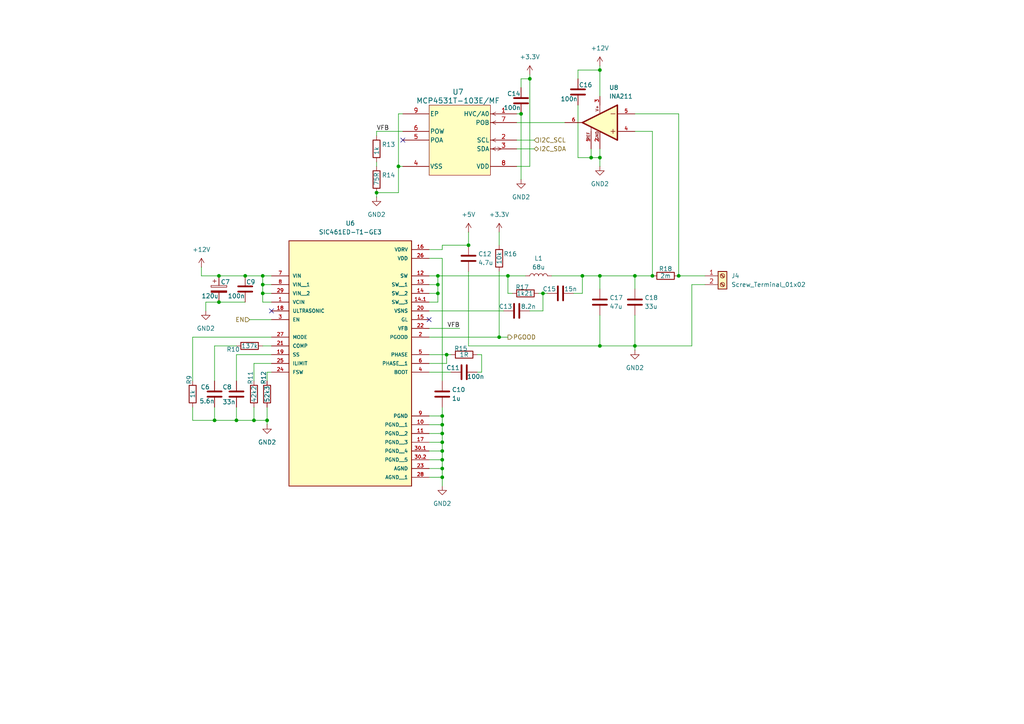
<source format=kicad_sch>
(kicad_sch (version 20231120) (generator "eeschema") (generator_version "8.0")
  (paper "A4")
  (lib_symbols
    (symbol "Connector:Screw_Terminal_01x02" (pin_names (offset 1.016) hide)
      (property "Reference" "J" (at 0 2.54 0))
      (property "Value" "Screw_Terminal_01x02" (at 0 -5.08 0))
      (symbol "Screw_Terminal_01x02_1_1"
        (rectangle (start -1.27 1.27) (end 1.27 -3.81) (stroke (width 0.254)) (fill (type background)))
        (circle (center 0 -2.54) (radius 0.635) (stroke (width 0.1524)))
        (polyline (pts (xy -0.5334 -2.2098) (xy 0.3302 -3.048)) (stroke (width 0.1524)))
        (polyline (pts (xy -0.5334 0.3302) (xy 0.3302 -0.508)) (stroke (width 0.1524)))
        (polyline (pts (xy -0.3556 -2.032) (xy 0.508 -2.8702)) (stroke (width 0.1524)))
        (polyline (pts (xy -0.3556 0.508) (xy 0.508 -0.3302)) (stroke (width 0.1524)))
        (circle (center 0 0) (radius 0.635) (stroke (width 0.1524)))
        (pin passive line (at -5.08 0 0) (length 3.81) (name "Pin_1") (number "1"))
        (pin passive line (at -5.08 -2.54 0) (length 3.81) (name "Pin_2") (number "2"))
      )
    )
    (symbol "Device:C" (pin_numbers hide) (pin_names (offset 0.254))
      (property "Reference" "C" (at 0.635 2.54 0))
      (property "Value" "C" (at 0.635 -2.54 0))
      (symbol "C_0_1"
        (polyline (pts (xy -2.032 -0.762) (xy 2.032 -0.762)) (stroke (width 0.508)))
        (polyline (pts (xy -2.032 0.762) (xy 2.032 0.762)) (stroke (width 0.508)))
      )
      (symbol "C_1_1"
        (pin passive line (at 0 3.81 270) (length 2.794) (name "~") (number "1"))
        (pin passive line (at 0 -3.81 90) (length 2.794) (name "~") (number "2"))
      )
    )
    (symbol "Device:C_Polarized" (pin_numbers hide) (pin_names (offset 0.254))
      (property "Reference" "C" (at 0.635 2.54 0))
      (property "Value" "C_Polarized" (at 0.635 -2.54 0))
      (symbol "C_Polarized_0_1"
        (rectangle (start -2.286 0.508) (end 2.286 1.016))
        (polyline (pts (xy -1.778 2.286) (xy -0.762 2.286)))
        (polyline (pts (xy -1.27 2.794) (xy -1.27 1.778)))
        (rectangle (start 2.286 -0.508) (end -2.286 -1.016) (fill (type outline)))
      )
      (symbol "C_Polarized_1_1"
        (pin passive line (at 0 3.81 270) (length 2.794) (name "~") (number "1"))
        (pin passive line (at 0 -3.81 90) (length 2.794) (name "~") (number "2"))
      )
    )
    (symbol "Device:L" (pin_numbers hide) (pin_names (offset 1.016) hide)
      (property "Reference" "L" (at -1.27 0 90))
      (property "Value" "L" (at 1.905 0 90))
      (symbol "L_0_1"
        (arc (start 0 -2.54) (mid 0.6323 -1.905) (end 0 -1.27))
        (arc (start 0 -1.27) (mid 0.6323 -0.635) (end 0 0))
        (arc (start 0 0) (mid 0.6323 0.635) (end 0 1.27))
        (arc (start 0 1.27) (mid 0.6323 1.905) (end 0 2.54))
      )
      (symbol "L_1_1"
        (pin passive line (at 0 3.81 270) (length 1.27) (name "1") (number "1"))
        (pin passive line (at 0 -3.81 90) (length 1.27) (name "2") (number "2"))
      )
    )
    (symbol "Device:R" (pin_numbers hide) (pin_names (offset 0))
      (property "Reference" "R" (at 2.032 0 90))
      (property "Value" "R" (at 0 0 90))
      (symbol "R_0_1"
        (rectangle (start -1.016 -2.54) (end 1.016 2.54) (stroke (width 0.254)))
      )
      (symbol "R_1_1"
        (pin passive line (at 0 3.81 270) (length 1.27) (name "~") (number "1"))
        (pin passive line (at 0 -3.81 90) (length 1.27) (name "~") (number "2"))
      )
    )
    (symbol "INA21x:INA210AIDCKR" (pin_names (offset 1.016))
      (property "Reference" "U" (at 7.62 2.54 0))
      (property "Value" "INA210AIDCKR" (at 7.62 -5.08 0))
      (symbol "INA210AIDCKR_0_0"
        (polyline (pts (xy -1.905 -2.54) (xy -0.635 -2.54)) (stroke (width 0.1524)))
        (polyline (pts (xy -1.905 2.54) (xy -0.635 2.54)) (stroke (width 0.1524)))
        (polyline (pts (xy -1.27 -1.905) (xy -1.27 -3.175)) (stroke (width 0.1524)))
        (polyline (pts (xy 2.54 5.08) (xy 2.54 2.54)) (stroke (width 0.1524)))
        (polyline (pts (xy 5.08 -2.54) (xy 5.08 -1.27)) (stroke (width 0.1524)))
        (text "GND" (at 3.81 -5.08 900) (effects (font (size 0.8128 0.8128)) (justify left bottom)))
        (text "REF" (at 6.35 -5.08 900) (effects (font (size 0.8128 0.8128)) (justify left bottom)))
        (text "V+" (at 3.81 3.175 900) (effects (font (size 0.8128 0.8128)) (justify left bottom)))
        (pin input line (at 5.08 -7.62 90) (length 5.08) (name "~") (number "1"))
        (pin power_in line (at 2.54 -7.62 90) (length 5.08) (name "~") (number "2"))
        (pin power_in line (at 2.54 7.62 270) (length 2.54) (name "~") (number "3"))
        (pin input line (at -7.62 -2.54 0) (length 5.08) (name "~") (number "4"))
        (pin input line (at -7.62 2.54 0) (length 5.08) (name "~") (number "5"))
        (pin output line (at 12.7 0 180) (length 5.08) (name "~") (number "6"))
      )
      (symbol "INA210AIDCKR_1_0"
        (polyline (pts (xy 7.62 0) (xy -2.54 -5.08) (xy -2.54 5.08) (xy 7.62 0)) (stroke (width 0.4064)) (fill (type background)))
      )
    )
    (symbol "MCP4531:MCP4531T-103E_MF" (pin_names (offset 0.254))
      (property "Reference" "U" (at 17.018 7.366 0))
      (property "Value" "MCP4531T-103E/MF" (at 17.018 4.826 0))
      (symbol "MCP4531T-103E_MF_0_1"
        (polyline (pts (xy 5.5372 -10.6807) (xy 4.4958 -10.16)) (stroke (width 0.127)))
        (polyline (pts (xy 5.5372 -9.6393) (xy 4.4958 -10.16)) (stroke (width 0.127)))
        (polyline (pts (xy 7.0993 -10.16) (xy 6.0579 -10.6807)) (stroke (width 0.127)))
        (polyline (pts (xy 7.0993 -10.16) (xy 6.0579 -9.6393)) (stroke (width 0.127)))
        (polyline (pts (xy 7.0993 -7.62) (xy 6.0579 -8.1407)) (stroke (width 0.127)))
        (polyline (pts (xy 7.0993 -7.62) (xy 6.0579 -7.0993)) (stroke (width 0.127)))
        (polyline (pts (xy 7.0993 -2.54) (xy 6.0579 -3.0607)) (stroke (width 0.127)))
        (polyline (pts (xy 7.0993 -2.54) (xy 6.0579 -2.0193)) (stroke (width 0.127)))
        (polyline (pts (xy 7.0993 0) (xy 6.0579 -0.5207)) (stroke (width 0.127)))
        (polyline (pts (xy 7.0993 0) (xy 6.0579 0.5207)) (stroke (width 0.127)))
        (pin input line (at 0 0 0) (length 7.62) (name "HVC/A0") (number "1"))
        (pin input line (at 0 -7.62 0) (length 7.62) (name "SCL") (number "2"))
        (pin bidirectional line (at 0 -10.16 0) (length 7.62) (name "SDA") (number "3"))
        (pin power_in line (at 33.02 -15.24 180) (length 7.62) (name "VSS") (number "4"))
        (pin unspecified line (at 33.02 -7.62 180) (length 7.62) (name "POA") (number "5"))
        (pin unspecified line (at 33.02 -5.08 180) (length 7.62) (name "POW") (number "6"))
        (pin input line (at 0 -2.54 0) (length 7.62) (name "POB") (number "7"))
        (pin power_in line (at 0 -15.24 0) (length 7.62) (name "VDD") (number "8"))
        (pin unspecified line (at 33.02 0 180) (length 7.62) (name "EP") (number "9"))
      )
      (symbol "MCP4531T-103E_MF_1_1"
        (polyline (pts (xy 25.4 -17.78) (xy 7.62 -17.78) (xy 7.62 2.54) (xy 25.4 2.54) (xy 25.4 -17.78)) (fill (type background)))
      )
    )
    (symbol "SIC461:SIC461ED-T1-GE3" (pin_names (offset 1.016))
      (property "Reference" "U4" (at 0 27.94 0))
      (property "Value" "SIC461ED-T1-GE3" (at 0 25.4 0))
      (symbol "SIC461ED-T1-GE3_0_0"
        (rectangle (start -17.78 -48.26) (end 17.78 22.86) (stroke (width 0.254)) (fill (type background)))
        (pin input line (at -22.86 5.08 0) (length 5.08) (name "VCIN") (number "1"))
        (pin power_in line (at 22.86 -30.48 180) (length 5.08) (name "PGND__1") (number "10"))
        (pin power_in line (at 22.86 -33.02 180) (length 5.08) (name "PGND__2") (number "11"))
        (pin output line (at 22.86 12.7 180) (length 5.08) (name "SW") (number "12"))
        (pin output line (at 22.86 10.16 180) (length 5.08) (name "SW__1") (number "13"))
        (pin output line (at 22.86 7.62 180) (length 5.08) (name "SW__2") (number "14"))
        (pin output line (at 22.86 5.08 180) (length 5.08) (name "SW__3") (number "14.1"))
        (pin output line (at 22.86 0 180) (length 5.08) (name "GL") (number "15"))
        (pin power_in line (at 22.86 20.32 180) (length 5.08) (name "VDRV") (number "16"))
        (pin power_in line (at 22.86 -35.56 180) (length 5.08) (name "PGND__3") (number "17"))
        (pin input line (at -22.86 2.54 0) (length 5.08) (name "ULTRASONIC") (number "18"))
        (pin passive line (at -22.86 -10.16 0) (length 5.08) (name "SS") (number "19"))
        (pin output line (at 22.86 -5.08 180) (length 5.08) (name "PGOOD") (number "2"))
        (pin input line (at 22.86 2.54 180) (length 5.08) (name "VSNS") (number "20"))
        (pin passive line (at -22.86 -7.62 0) (length 5.08) (name "COMP") (number "21"))
        (pin input line (at 22.86 -2.54 180) (length 5.08) (name "VFB") (number "22"))
        (pin power_in line (at 22.86 -43.18 180) (length 5.08) (name "AGND") (number "23"))
        (pin passive line (at -22.86 -15.24 0) (length 5.08) (name "FSW") (number "24"))
        (pin passive line (at -22.86 -12.7 0) (length 5.08) (name "ILIMIT") (number "25"))
        (pin input line (at -22.86 -5.08 0) (length 5.08) (name "MODE") (number "27"))
        (pin power_in line (at 22.86 -45.72 180) (length 5.08) (name "AGND__1") (number "28"))
        (pin input line (at -22.86 7.62 0) (length 5.08) (name "VIN__2") (number "29"))
        (pin input line (at -22.86 0 0) (length 5.08) (name "EN") (number "3"))
        (pin power_in line (at 22.86 -38.1 180) (length 5.08) (name "PGND__4") (number "30.1"))
        (pin power_in line (at 22.86 -40.64 180) (length 5.08) (name "PGND__5") (number "30.2"))
        (pin passive line (at 22.86 -15.24 180) (length 5.08) (name "BOOT") (number "4"))
        (pin output line (at 22.86 -10.16 180) (length 5.08) (name "PHASE") (number "5"))
        (pin output line (at 22.86 -12.7 180) (length 5.08) (name "PHASE__1") (number "6"))
        (pin input line (at -22.86 12.7 0) (length 5.08) (name "VIN") (number "7"))
        (pin input line (at -22.86 10.16 0) (length 5.08) (name "VIN__1") (number "8"))
        (pin power_in line (at 22.86 -27.94 180) (length 5.08) (name "PGND") (number "9"))
      )
      (symbol "SIC461ED-T1-GE3_1_0"
        (pin passive line (at 22.86 17.78 180) (length 5.08) (name "VDD") (number "26"))
      )
    )
    (symbol "power:+12V" (power) (pin_numbers hide) (pin_names (offset 0) hide)
      (property "Value" "+12V" (at 0 3.556 0))
      (symbol "+12V_0_1"
        (polyline (pts (xy -0.762 1.27) (xy 0 2.54)))
        (polyline (pts (xy 0 0) (xy 0 2.54)))
        (polyline (pts (xy 0 2.54) (xy 0.762 1.27)))
      )
      (symbol "+12V_1_1"
        (pin power_in line (at 0 0 90) (length 0) (name "~") (number "1"))
      )
    )
    (symbol "power:+3.3V" (power) (pin_numbers hide) (pin_names (offset 0) hide)
      (property "Value" "+3.3V" (at 0 3.556 0))
      (symbol "+3.3V_0_1"
        (polyline (pts (xy -0.762 1.27) (xy 0 2.54)))
        (polyline (pts (xy 0 0) (xy 0 2.54)))
        (polyline (pts (xy 0 2.54) (xy 0.762 1.27)))
      )
      (symbol "+3.3V_1_1"
        (pin power_in line (at 0 0 90) (length 0) (name "~") (number "1"))
      )
    )
    (symbol "power:+5V" (power) (pin_numbers hide) (pin_names (offset 0) hide)
      (property "Value" "+5V" (at 0 3.556 0))
      (symbol "+5V_0_1"
        (polyline (pts (xy -0.762 1.27) (xy 0 2.54)))
        (polyline (pts (xy 0 0) (xy 0 2.54)))
        (polyline (pts (xy 0 2.54) (xy 0.762 1.27)))
      )
      (symbol "+5V_1_1"
        (pin power_in line (at 0 0 90) (length 0) (name "~") (number "1"))
      )
    )
    (symbol "power:GND2" (power) (pin_numbers hide) (pin_names (offset 0) hide)
      (property "Value" "GND2" (at 0 -3.81 0))
      (symbol "GND2_0_1"
        (polyline (pts (xy 0 0) (xy 0 -1.27) (xy 1.27 -1.27) (xy 0 -2.54) (xy -1.27 -1.27) (xy 0 -1.27)))
      )
      (symbol "GND2_1_1"
        (pin power_in line (at 0 0 270) (length 0) (name "~") (number "1"))
      )
    )
  )
  (junction (at 62.23 121.92))
  (junction (at 127 80.01))
  (junction (at 171.45 45.72))
  (junction (at 115.57 48.26))
  (junction (at 129.54 102.87))
  (junction (at 76.2 80.01))
  (junction (at 173.99 20.32))
  (junction (at 184.15 100.33))
  (junction (at 128.27 135.89))
  (junction (at 184.15 80.01))
  (junction (at 76.2 85.09))
  (junction (at 71.12 80.01))
  (junction (at 63.5 80.01))
  (junction (at 73.66 121.92))
  (junction (at 109.22 55.88))
  (junction (at 147.32 80.01))
  (junction (at 76.2 82.55))
  (junction (at 127 82.55))
  (junction (at 135.89 71.12))
  (junction (at 196.85 80.01))
  (junction (at 128.27 120.65))
  (junction (at 189.23 80.01))
  (junction (at 127 85.09))
  (junction (at 63.5 87.63))
  (junction (at 68.58 121.92))
  (junction (at 128.27 133.35))
  (junction (at 128.27 128.27))
  (junction (at 128.27 138.43))
  (junction (at 144.78 97.79))
  (junction (at 128.27 125.73))
  (junction (at 77.47 121.92))
  (junction (at 173.99 80.01))
  (junction (at 168.91 80.01))
  (junction (at 128.27 123.19))
  (junction (at 157.48 85.09))
  (junction (at 128.27 130.81))
  (junction (at 151.13 33.02))
  (junction (at 153.67 22.86))
  (junction (at 173.99 100.33))
  (junction (at 173.99 45.72))
  (no_connect (at 78.74 90.17))
  (no_connect (at 116.84 40.64))
  (no_connect (at 124.46 92.71))
  (wire (pts (xy 135.89 67.31) (xy 135.89 71.12)))
  (wire (pts (xy 124.46 82.55) (xy 127 82.55)))
  (wire (pts (xy 77.47 121.92) (xy 77.47 123.19)))
  (wire (pts (xy 149.86 33.02) (xy 151.13 33.02)))
  (wire (pts (xy 124.46 130.81) (xy 128.27 130.81)))
  (wire (pts (xy 184.15 91.44) (xy 184.15 100.33)))
  (wire (pts (xy 147.32 85.09) (xy 148.59 85.09)))
  (wire (pts (xy 149.86 35.56) (xy 163.83 35.56)))
  (wire (pts (xy 168.91 85.09) (xy 168.91 80.01)))
  (wire (pts (xy 124.46 95.25) (xy 133.35 95.25)))
  (wire (pts (xy 184.15 100.33) (xy 184.15 101.6)))
  (wire (pts (xy 124.46 102.87) (xy 129.54 102.87)))
  (wire (pts (xy 156.21 85.09) (xy 157.48 85.09)))
  (wire (pts (xy 124.46 97.79) (xy 144.78 97.79)))
  (wire (pts (xy 124.46 80.01) (xy 127 80.01)))
  (wire (pts (xy 124.46 105.41) (xy 129.54 105.41)))
  (wire (pts (xy 68.58 102.87) (xy 68.58 110.49)))
  (wire (pts (xy 128.27 130.81) (xy 128.27 133.35)))
  (wire (pts (xy 196.85 33.02) (xy 184.15 33.02)))
  (wire (pts (xy 55.88 121.92) (xy 62.23 121.92)))
  (wire (pts (xy 76.2 87.63) (xy 76.2 85.09)))
  (wire (pts (xy 128.27 72.39) (xy 124.46 72.39)))
  (wire (pts (xy 77.47 118.11) (xy 77.47 121.92)))
  (wire (pts (xy 73.66 118.11) (xy 73.66 121.92)))
  (wire (pts (xy 62.23 100.33) (xy 62.23 110.49)))
  (wire (pts (xy 128.27 133.35) (xy 128.27 135.89)))
  (wire (pts (xy 129.54 105.41) (xy 129.54 102.87)))
  (wire (pts (xy 153.67 22.86) (xy 151.13 22.86)))
  (wire (pts (xy 173.99 100.33) (xy 173.99 91.44)))
  (wire (pts (xy 76.2 82.55) (xy 76.2 80.01)))
  (wire (pts (xy 124.46 107.95) (xy 130.81 107.95)))
  (wire (pts (xy 63.5 80.01) (xy 71.12 80.01)))
  (wire (pts (xy 128.27 120.65) (xy 128.27 123.19)))
  (wire (pts (xy 78.74 87.63) (xy 76.2 87.63)))
  (wire (pts (xy 153.67 22.86) (xy 153.67 48.26)))
  (wire (pts (xy 167.64 30.48) (xy 167.64 45.72)))
  (wire (pts (xy 62.23 121.92) (xy 68.58 121.92)))
  (wire (pts (xy 151.13 22.86) (xy 151.13 25.4)))
  (wire (pts (xy 147.32 80.01) (xy 152.4 80.01)))
  (wire (pts (xy 153.67 21.59) (xy 153.67 22.86)))
  (wire (pts (xy 173.99 45.72) (xy 173.99 48.26)))
  (wire (pts (xy 73.66 105.41) (xy 73.66 110.49)))
  (wire (pts (xy 127 82.55) (xy 127 80.01)))
  (wire (pts (xy 59.69 87.63) (xy 59.69 90.17)))
  (wire (pts (xy 128.27 118.11) (xy 128.27 120.65)))
  (wire (pts (xy 189.23 38.1) (xy 184.15 38.1)))
  (wire (pts (xy 109.22 38.1) (xy 109.22 39.37)))
  (wire (pts (xy 184.15 80.01) (xy 184.15 83.82)))
  (wire (pts (xy 167.64 45.72) (xy 171.45 45.72)))
  (wire (pts (xy 115.57 48.26) (xy 115.57 55.88)))
  (wire (pts (xy 78.74 105.41) (xy 73.66 105.41)))
  (wire (pts (xy 184.15 100.33) (xy 173.99 100.33)))
  (wire (pts (xy 76.2 80.01) (xy 71.12 80.01)))
  (wire (pts (xy 55.88 118.11) (xy 55.88 121.92)))
  (wire (pts (xy 149.86 40.64) (xy 154.94 40.64)))
  (wire (pts (xy 63.5 87.63) (xy 59.69 87.63)))
  (wire (pts (xy 149.86 48.26) (xy 153.67 48.26)))
  (wire (pts (xy 76.2 85.09) (xy 76.2 82.55)))
  (wire (pts (xy 166.37 85.09) (xy 168.91 85.09)))
  (wire (pts (xy 128.27 123.19) (xy 128.27 125.73)))
  (wire (pts (xy 173.99 80.01) (xy 173.99 83.82)))
  (wire (pts (xy 62.23 118.11) (xy 62.23 121.92)))
  (wire (pts (xy 128.27 138.43) (xy 128.27 140.97)))
  (wire (pts (xy 173.99 80.01) (xy 184.15 80.01)))
  (wire (pts (xy 144.78 78.74) (xy 144.78 97.79)))
  (wire (pts (xy 173.99 20.32) (xy 167.64 20.32)))
  (wire (pts (xy 151.13 33.02) (xy 151.13 52.07)))
  (wire (pts (xy 127 87.63) (xy 127 85.09)))
  (wire (pts (xy 171.45 43.18) (xy 171.45 45.72)))
  (wire (pts (xy 200.66 82.55) (xy 200.66 100.33)))
  (wire (pts (xy 144.78 67.31) (xy 144.78 71.12)))
  (wire (pts (xy 124.46 128.27) (xy 128.27 128.27)))
  (wire (pts (xy 184.15 80.01) (xy 189.23 80.01)))
  (wire (pts (xy 77.47 107.95) (xy 77.47 110.49)))
  (wire (pts (xy 124.46 120.65) (xy 128.27 120.65)))
  (wire (pts (xy 124.46 123.19) (xy 128.27 123.19)))
  (wire (pts (xy 128.27 74.93) (xy 128.27 110.49)))
  (wire (pts (xy 196.85 80.01) (xy 196.85 33.02)))
  (wire (pts (xy 124.46 133.35) (xy 128.27 133.35)))
  (wire (pts (xy 128.27 135.89) (xy 128.27 138.43)))
  (wire (pts (xy 78.74 97.79) (xy 55.88 97.79)))
  (wire (pts (xy 157.48 85.09) (xy 158.75 85.09)))
  (wire (pts (xy 138.43 102.87) (xy 139.7 102.87)))
  (wire (pts (xy 115.57 33.02) (xy 115.57 48.26)))
  (wire (pts (xy 124.46 138.43) (xy 128.27 138.43)))
  (wire (pts (xy 124.46 85.09) (xy 127 85.09)))
  (wire (pts (xy 109.22 55.88) (xy 109.22 57.15)))
  (wire (pts (xy 124.46 87.63) (xy 127 87.63)))
  (wire (pts (xy 128.27 128.27) (xy 128.27 130.81)))
  (wire (pts (xy 153.67 90.17) (xy 157.48 90.17)))
  (wire (pts (xy 147.32 80.01) (xy 147.32 85.09)))
  (wire (pts (xy 109.22 48.26) (xy 109.22 46.99)))
  (wire (pts (xy 139.7 102.87) (xy 139.7 107.95)))
  (wire (pts (xy 124.46 74.93) (xy 128.27 74.93)))
  (wire (pts (xy 116.84 38.1) (xy 109.22 38.1)))
  (wire (pts (xy 200.66 100.33) (xy 184.15 100.33)))
  (wire (pts (xy 115.57 55.88) (xy 109.22 55.88)))
  (wire (pts (xy 168.91 80.01) (xy 173.99 80.01)))
  (wire (pts (xy 127 85.09) (xy 127 82.55)))
  (wire (pts (xy 78.74 80.01) (xy 76.2 80.01)))
  (wire (pts (xy 149.86 43.18) (xy 154.94 43.18)))
  (wire (pts (xy 72.39 92.71) (xy 78.74 92.71)))
  (wire (pts (xy 124.46 135.89) (xy 128.27 135.89)))
  (wire (pts (xy 76.2 100.33) (xy 78.74 100.33)))
  (wire (pts (xy 76.2 85.09) (xy 78.74 85.09)))
  (wire (pts (xy 135.89 100.33) (xy 173.99 100.33)))
  (wire (pts (xy 55.88 97.79) (xy 55.88 110.49)))
  (wire (pts (xy 58.42 77.47) (xy 58.42 80.01)))
  (wire (pts (xy 124.46 90.17) (xy 146.05 90.17)))
  (wire (pts (xy 173.99 19.05) (xy 173.99 20.32)))
  (wire (pts (xy 68.58 121.92) (xy 73.66 121.92)))
  (wire (pts (xy 68.58 100.33) (xy 62.23 100.33)))
  (wire (pts (xy 116.84 33.02) (xy 115.57 33.02)))
  (wire (pts (xy 76.2 82.55) (xy 78.74 82.55)))
  (wire (pts (xy 160.02 80.01) (xy 168.91 80.01)))
  (wire (pts (xy 58.42 80.01) (xy 63.5 80.01)))
  (wire (pts (xy 189.23 80.01) (xy 189.23 38.1)))
  (wire (pts (xy 124.46 125.73) (xy 128.27 125.73)))
  (wire (pts (xy 68.58 118.11) (xy 68.58 121.92)))
  (wire (pts (xy 71.12 87.63) (xy 63.5 87.63)))
  (wire (pts (xy 167.64 20.32) (xy 167.64 22.86)))
  (wire (pts (xy 171.45 45.72) (xy 173.99 45.72)))
  (wire (pts (xy 196.85 80.01) (xy 204.47 80.01)))
  (wire (pts (xy 78.74 107.95) (xy 77.47 107.95)))
  (wire (pts (xy 128.27 71.12) (xy 128.27 72.39)))
  (wire (pts (xy 128.27 71.12) (xy 135.89 71.12)))
  (wire (pts (xy 157.48 90.17) (xy 157.48 85.09)))
  (wire (pts (xy 115.57 48.26) (xy 116.84 48.26)))
  (wire (pts (xy 73.66 121.92) (xy 77.47 121.92)))
  (wire (pts (xy 128.27 125.73) (xy 128.27 128.27)))
  (wire (pts (xy 127 80.01) (xy 147.32 80.01)))
  (wire (pts (xy 173.99 20.32) (xy 173.99 27.94)))
  (wire (pts (xy 204.47 82.55) (xy 200.66 82.55)))
  (wire (pts (xy 129.54 102.87) (xy 130.81 102.87)))
  (wire (pts (xy 173.99 43.18) (xy 173.99 45.72)))
  (wire (pts (xy 135.89 78.74) (xy 135.89 100.33)))
  (wire (pts (xy 139.7 107.95) (xy 138.43 107.95)))
  (wire (pts (xy 78.74 102.87) (xy 68.58 102.87)))
  (wire (pts (xy 144.78 97.79) (xy 147.32 97.79)))
  (label "VFB" (at 133.35 95.25 180))
  (label "VFB" (at 109.22 38.1 0))
  (hierarchical_label "I2C_SDA" (shape bidirectional) (at 154.94 43.18 0))
  (hierarchical_label "PGOOD" (shape output) (at 147.32 97.79 0))
  (hierarchical_label "I2C_SCL" (shape input) (at 154.94 40.64 0))
  (hierarchical_label "EN" (shape input) (at 72.39 92.71 180))
  (symbol (lib_id "MCP4531:MCP4531T-103E_MF") (at 149.86 33.02 0) (mirror y) (unit 1)
    (property "Reference" "U7" (at 132.842 26.67 0) (effects (font (size 1.524 1.524))))
    (property "Value" "MCP4531T-103E/MF" (at 132.842 29.21 0) (effects (font (size 1.524 1.524))))
    (property "Footprint" "Package_DFN_QFN:DFN-8-1EP_3x3mm_P0.5mm_EP1.65x2.38mm" (effects (hide yes)))
    (property "Datasheet" "MCP4531T-103E/MF" (effects (hide yes)))
    (property "DIGIKEY_PN" "MCP4531T-103E/MFCT-ND" (effects (hide yes)))
  )
  (symbol (lib_id "Device:L") (at 156.21 80.01 90) (unit 1)
    (property "Reference" "L1" (at 156.21 74.93 90))
    (property "Value" "68u" (at 156.21 77.47 90))
    (property "Footprint" "Inductor_SMD:L_Pulse_PA4349" (effects (hide yes)))
    (property "Description" "Inductor" (effects (hide yes)))
    (property "DIGIKEY_PN" "553-PA4349.683ANLTCT-ND" (effects (hide yes)))
  )
  (symbol (lib_id "Device:R") (at 72.39 100.33 90) (unit 1)
    (property "Reference" "R10" (at 69.596 101.346 90) (effects (justify left)))
    (property "Value" "137k" (at 72.39 100.33 90))
    (property "Footprint" "Resistor_SMD:R_0402_1005Metric" (effects (hide yes)))
    (property "Description" "Resistor" (effects (hide yes)))
    (property "DIGIKEY_PN" "P137KLCT-ND" (effects (hide yes)))
  )
  (symbol (lib_id "power:GND2") (at 59.69 90.17 0) (unit 1)
    (property "Reference" "#PWR028" (effects (hide yes)))
    (property "Value" "GND2" (at 59.69 95.25 0))
    (property "Description" "Power symbol creates a global label with name \"GND2\" , ground" (effects (hide yes)))
  )
  (symbol (lib_id "power:GND2") (at 77.47 123.19 0) (unit 1)
    (property "Reference" "#PWR029" (effects (hide yes)))
    (property "Value" "GND2" (at 77.47 128.27 0))
    (property "Description" "Power symbol creates a global label with name \"GND2\" , ground" (effects (hide yes)))
  )
  (symbol (lib_id "power:+3.3V") (at 144.78 67.31 0) (unit 1)
    (property "Reference" "#PWR033" (effects (hide yes)))
    (property "Value" "+3.3V" (at 144.78 62.23 0))
    (property "Description" "Power symbol creates a global label with name \"+3.3V\"" (effects (hide yes)))
  )
  (symbol (lib_id "power:+3.3V") (at 153.67 21.59 0) (unit 1)
    (property "Reference" "#PWR035" (effects (hide yes)))
    (property "Value" "+3.3V" (at 153.67 16.51 0))
    (property "Description" "Power symbol creates a global label with name \"+3.3V\"" (effects (hide yes)))
  )
  (symbol (lib_id "power:+12V") (at 173.99 19.05 0) (unit 1)
    (property "Reference" "#PWR036" (effects (hide yes)))
    (property "Value" "+12V" (at 173.99 13.97 0))
    (property "Description" "Power symbol creates a global label with name \"+12V\"" (effects (hide yes)))
  )
  (symbol (lib_id "Device:C") (at 184.15 87.63 0) (unit 1)
    (property "Reference" "C18" (at 186.944 86.36 0) (effects (justify left)))
    (property "Value" "33u" (at 186.944 88.9 0) (effects (justify left)))
    (property "Footprint" "Capacitor_SMD:C_1206_3216Metric" (effects (hide yes)))
    (property "Description" "Unpolarized capacitor" (effects (hide yes)))
    (property "DIGIKEY_PN" "4713-GMC31X5R336M25NTCT-ND" (effects (hide yes)))
  )
  (symbol (lib_id "power:GND2") (at 151.13 52.07 0) (unit 1)
    (property "Reference" "#PWR034" (effects (hide yes)))
    (property "Value" "GND2" (at 151.13 57.15 0))
    (property "Description" "Power symbol creates a global label with name \"GND2\" , ground" (effects (hide yes)))
  )
  (symbol (lib_id "Device:C") (at 151.13 29.21 0) (unit 1)
    (property "Reference" "C14" (at 147.066 27.178 0) (effects (justify left)))
    (property "Value" "100n" (at 146.05 31.242 0) (effects (justify left)))
    (property "Footprint" "Capacitor_SMD:C_0603_1608Metric" (effects (hide yes)))
    (property "Description" "Unpolarized capacitor" (effects (hide yes)))
    (property "DIGIKEY_PN" "1276-1033-1-ND" (effects (hide yes)))
  )
  (symbol (lib_id "Device:C") (at 128.27 114.3 0) (unit 1)
    (property "Reference" "C10" (at 131.064 113.03 0) (effects (justify left)))
    (property "Value" "1u" (at 131.064 115.57 0) (effects (justify left)))
    (property "Footprint" "Capacitor_SMD:C_0805_2012Metric" (effects (hide yes)))
    (property "Description" "Unpolarized capacitor" (effects (hide yes)))
    (property "DIGIKEY_PN" "1276-1029-1-ND" (effects (hide yes)))
  )
  (symbol (lib_id "power:+5V") (at 135.89 67.31 0) (unit 1)
    (property "Reference" "#PWR032" (effects (hide yes)))
    (property "Value" "+5V" (at 135.89 62.23 0))
    (property "Description" "Power symbol creates a global label with name \"+5V\"" (effects (hide yes)))
  )
  (symbol (lib_id "Device:C") (at 71.12 83.82 0) (unit 1)
    (property "Reference" "C9" (at 71.374 81.788 0) (effects (justify left)))
    (property "Value" "100n" (at 66.04 85.852 0) (effects (justify left)))
    (property "Footprint" "Capacitor_SMD:C_0603_1608Metric" (effects (hide yes)))
    (property "Description" "Unpolarized capacitor" (effects (hide yes)))
    (property "DIGIKEY_PN" "1276-1033-1-ND" (effects (hide yes)))
  )
  (symbol (lib_id "Device:C") (at 167.64 26.67 0) (unit 1)
    (property "Reference" "C16" (at 167.894 24.638 0) (effects (justify left)))
    (property "Value" "100n" (at 162.56 28.702 0) (effects (justify left)))
    (property "Footprint" "Capacitor_SMD:C_0603_1608Metric" (effects (hide yes)))
    (property "Description" "Unpolarized capacitor" (effects (hide yes)))
    (property "DIGIKEY_PN" "1276-1033-1-ND" (effects (hide yes)))
  )
  (symbol (lib_id "Device:C") (at 62.23 114.3 0) (unit 1)
    (property "Reference" "C6" (at 58.166 112.268 0) (effects (justify left)))
    (property "Value" "5.6n" (at 62.23 116.332 0) (effects (justify right)))
    (property "Footprint" "Capacitor_SMD:C_0402_1005Metric" (effects (hide yes)))
    (property "Description" "Unpolarized capacitor" (effects (hide yes)))
    (property "DIGIKEY_PN" "311-3773-1-ND" (effects (hide yes)))
  )
  (symbol (lib_id "power:GND2") (at 128.27 140.97 0) (unit 1)
    (property "Reference" "#PWR031" (effects (hide yes)))
    (property "Value" "GND2" (at 128.27 146.05 0))
    (property "Description" "Power symbol creates a global label with name \"GND2\" , ground" (effects (hide yes)))
  )
  (symbol (lib_id "Device:C") (at 173.99 87.63 0) (unit 1)
    (property "Reference" "C17" (at 176.784 86.36 0) (effects (justify left)))
    (property "Value" "47u" (at 176.784 88.9 0) (effects (justify left)))
    (property "Footprint" "Capacitor_SMD:C_1210_3225Metric" (effects (hide yes)))
    (property "Description" "Unpolarized capacitor" (effects (hide yes)))
    (property "DIGIKEY_PN" "490-10531-1-ND" (effects (hide yes)))
  )
  (symbol (lib_id "Device:C") (at 134.62 107.95 90) (unit 1)
    (property "Reference" "C11" (at 133.35 106.68 90) (effects (justify left)))
    (property "Value" "100n" (at 140.462 109.22 90) (effects (justify left)))
    (property "Footprint" "Capacitor_SMD:C_0603_1608Metric" (effects (hide yes)))
    (property "Description" "Unpolarized capacitor" (effects (hide yes)))
    (property "DIGIKEY_PN" "1276-1033-1-ND" (effects (hide yes)))
  )
  (symbol (lib_id "Connector:Screw_Terminal_01x02") (at 209.55 80.01 0) (unit 1)
    (property "Reference" "J4" (at 212.09 80.0099 0) (effects (justify left)))
    (property "Value" "Screw_Terminal_01x02" (at 212.09 82.5499 0) (effects (justify left)))
    (property "Footprint" "TerminalBlock_Phoenix:TerminalBlock_Phoenix_PT-1,5-2-5.0-H_1x02_P5.00mm_Horizontal" (effects (hide yes)))
    (property "Description" "Generic screw terminal, single row, 01x02, script generated (kicad-library-utils/schlib/autogen/connector/)" (effects (hide yes)))
    (property "DIGIKEY_PN" "277-1667-ND" (effects (hide yes)))
  )
  (symbol (lib_id "Device:R") (at 73.66 114.3 0) (unit 1)
    (property "Reference" "R11" (at 72.644 111.506 90) (effects (justify left)))
    (property "Value" "42k2" (at 73.66 114.3 90))
    (property "Footprint" "Resistor_SMD:R_0402_1005Metric" (effects (hide yes)))
    (property "Description" "Resistor" (effects (hide yes)))
    (property "DIGIKEY_PN" "311-42.2KLRCT-ND" (effects (hide yes)))
  )
  (symbol (lib_id "Device:R") (at 55.88 114.3 0) (unit 1)
    (property "Reference" "R9" (at 54.864 111.506 90) (effects (justify left)))
    (property "Value" "1k" (at 55.88 114.3 90))
    (property "Footprint" "Resistor_SMD:R_0402_1005Metric" (effects (hide yes)))
    (property "Description" "Resistor" (effects (hide yes)))
    (property "DIGIKEY_PN" "P1.0KDCCT-ND" (effects (hide yes)))
  )
  (symbol (lib_id "Device:R") (at 152.4 85.09 90) (unit 1)
    (property "Reference" "R17" (at 153.416 83.312 90) (effects (justify left)))
    (property "Value" "1k21" (at 154.686 85.09 90) (effects (justify left)))
    (property "Footprint" "Resistor_SMD:R_0402_1005Metric" (effects (hide yes)))
    (property "Description" "Resistor" (effects (hide yes)))
    (property "DIGIKEY_PN" "P1.21KLCT-ND" (effects (hide yes)))
  )
  (symbol (lib_id "Device:R") (at 109.22 52.07 0) (unit 1)
    (property "Reference" "R14" (at 110.744 50.8 0) (effects (justify left)))
    (property "Value" "75R" (at 109.22 53.848 90) (effects (justify left)))
    (property "Footprint" "Resistor_SMD:R_0402_1005Metric" (effects (hide yes)))
    (property "Description" "Resistor" (effects (hide yes)))
    (property "DIGIKEY_PN" "P75.0LCT-ND" (effects (hide yes)))
  )
  (symbol (lib_id "INA21x:INA210AIDCKR") (at 176.53 35.56 0) (mirror y) (unit 1)
    (property "Reference" "U8" (at 176.6571 25.4 0) (effects (justify right)))
    (property "Value" "INA211" (at 176.6571 27.94 0) (effects (justify right)))
    (property "Footprint" "Package_TO_SOT_SMD:SOT-363_SC-70-6" (effects (hide yes)))
    (property "PARTREV" "J" (effects (hide yes)))
    (property "STANDARD" "IPC 7351B" (effects (hide yes)))
    (property "MAXIMUM_PACKAGE_HEIGHT" "1.1 mm" (effects (hide yes)))
    (property "MANUFACTURER" "Texas instruments" (effects (hide yes)))
    (property "DIGIKEY_PN" "296-41417-1-ND" (effects (hide yes)))
  )
  (symbol (lib_id "Device:R") (at 134.62 102.87 90) (unit 1)
    (property "Reference" "R15" (at 135.636 101.092 90) (effects (justify left)))
    (property "Value" "1R" (at 134.62 102.87 90))
    (property "Footprint" "Resistor_SMD:R_0603_1608Metric" (effects (hide yes)))
    (property "Description" "Resistor" (effects (hide yes)))
    (property "DIGIKEY_PN" "311-1.00HRCT-ND" (effects (hide yes)))
  )
  (symbol (lib_id "power:GND2") (at 173.99 48.26 0) (unit 1)
    (property "Reference" "#PWR037" (effects (hide yes)))
    (property "Value" "GND2" (at 173.99 53.34 0))
    (property "Description" "Power symbol creates a global label with name \"GND2\" , ground" (effects (hide yes)))
  )
  (symbol (lib_id "power:GND2") (at 109.22 57.15 0) (unit 1)
    (property "Reference" "#PWR030" (effects (hide yes)))
    (property "Value" "GND2" (at 109.22 62.23 0))
    (property "Description" "Power symbol creates a global label with name \"GND2\" , ground" (effects (hide yes)))
  )
  (symbol (lib_id "Device:R") (at 144.78 74.93 0) (unit 1)
    (property "Reference" "R16" (at 146.05 73.66 0) (effects (justify left)))
    (property "Value" "10k" (at 144.78 76.708 90) (effects (justify left)))
    (property "Footprint" "Resistor_SMD:R_0603_1608Metric" (effects (hide yes)))
    (property "Description" "Resistor" (effects (hide yes)))
    (property "DIGIKEY_PN" "RMCF0603JT10K0CT-ND" (effects (hide yes)))
  )
  (symbol (lib_id "Device:C") (at 135.89 74.93 0) (unit 1)
    (property "Reference" "C12" (at 138.684 73.66 0) (effects (justify left)))
    (property "Value" "4.7u" (at 138.684 76.2 0) (effects (justify left)))
    (property "Footprint" "Capacitor_SMD:C_0603_1608Metric" (effects (hide yes)))
    (property "Description" "Unpolarized capacitor" (effects (hide yes)))
    (property "DIGIKEY_PN" "1276-1784-1-ND" (effects (hide yes)))
  )
  (symbol (lib_id "power:GND2") (at 184.15 101.6 0) (unit 1)
    (property "Reference" "#PWR038" (effects (hide yes)))
    (property "Value" "GND2" (at 184.15 106.68 0))
    (property "Description" "Power symbol creates a global label with name \"GND2\" , ground" (effects (hide yes)))
  )
  (symbol (lib_id "Device:C") (at 162.56 85.09 90) (unit 1)
    (property "Reference" "C15" (at 161.29 83.82 90) (effects (justify left)))
    (property "Value" "15n" (at 167.386 83.82 90) (effects (justify left)))
    (property "Footprint" "Capacitor_SMD:C_0402_1005Metric" (effects (hide yes)))
    (property "Description" "Unpolarized capacitor" (effects (hide yes)))
    (property "DIGIKEY_PN" "311-3813-1-ND" (effects (hide yes)))
  )
  (symbol (lib_id "Device:R") (at 77.47 114.3 0) (unit 1)
    (property "Reference" "R12" (at 76.454 111.506 90) (effects (justify left)))
    (property "Value" "52k3" (at 77.47 114.3 90))
    (property "Footprint" "Resistor_SMD:R_0402_1005Metric" (effects (hide yes)))
    (property "Description" "Resistor" (effects (hide yes)))
    (property "DIGIKEY_PN" "P52.3KLCT-ND" (effects (hide yes)))
  )
  (symbol (lib_id "Device:R") (at 193.04 80.01 90) (unit 1)
    (property "Reference" "R18" (at 193.04 77.978 90))
    (property "Value" "2m" (at 193.04 80.01 90))
    (property "Footprint" "Resistor_SMD:R_2512_6332Metric" (effects (hide yes)))
    (property "Description" "Resistor" (effects (hide yes)))
    (property "DIGIKEY_PN" "13-PA2512DKF7W0R002ECT-ND" (effects (hide yes)))
  )
  (symbol (lib_id "Device:C") (at 149.86 90.17 90) (unit 1)
    (property "Reference" "C13" (at 148.59 88.9 90) (effects (justify left)))
    (property "Value" "8.2n" (at 155.448 88.9 90) (effects (justify left)))
    (property "Footprint" "Capacitor_SMD:C_0603_1608Metric" (effects (hide yes)))
    (property "Description" "Unpolarized capacitor" (effects (hide yes)))
    (property "DIGIKEY_PN" "399-C0603C822K5RACTUCT-ND" (effects (hide yes)))
  )
  (symbol (lib_id "SIC461:SIC461ED-T1-GE3") (at 101.6 92.71 0) (unit 1)
    (property "Reference" "U6" (at 101.6 64.77 0))
    (property "Value" "SIC461ED-T1-GE3" (at 101.6 67.31 0))
    (property "Footprint" "SIC461ED-T1-GE3:CONV_SIC461ED-T1-GE3" (effects (hide yes)))
    (property "PARTREV" "M" (effects (hide yes)))
    (property "STANDARD" "Manufacturer Recommendations" (effects (hide yes)))
    (property "MANUFACTURER" "VISHAY" (effects (hide yes)))
    (property "DIGIKEY_PN" "SIC461ED-T1-GE3CT-ND" (effects (hide yes)))
  )
  (symbol (lib_id "Device:C") (at 68.58 114.3 0) (unit 1)
    (property "Reference" "C8" (at 64.516 112.268 0) (effects (justify left)))
    (property "Value" "33n" (at 64.516 116.586 0) (effects (justify left)))
    (property "Footprint" "Capacitor_SMD:C_0402_1005Metric" (effects (hide yes)))
    (property "Description" "Unpolarized capacitor" (effects (hide yes)))
    (property "DIGIKEY_PN" "13-CC0402JRX7R9BB333CT-ND" (effects (hide yes)))
  )
  (symbol (lib_id "Device:R") (at 109.22 43.18 0) (unit 1)
    (property "Reference" "R13" (at 110.744 41.91 0) (effects (justify left)))
    (property "Value" "1k" (at 109.22 44.958 90) (effects (justify left)))
    (property "Footprint" "Resistor_SMD:R_0402_1005Metric" (effects (hide yes)))
    (property "Description" "Resistor" (effects (hide yes)))
    (property "DIGIKEY_PN" "P1.0KDCCT-ND" (effects (hide yes)))
  )
  (symbol (lib_id "Device:C_Polarized") (at 63.5 83.82 0) (unit 1)
    (property "Reference" "C7" (at 64.008 81.788 0) (effects (justify left)))
    (property "Value" "120u" (at 58.42 85.852 0) (effects (justify left)))
    (property "Footprint" "Capacitor_THT:CP_Radial_D10.0mm_P5.00mm" (effects (hide yes)))
    (property "Description" "Polarized capacitor" (effects (hide yes)))
    (property "DIGIKEY_PN" "732-11923-1-ND" (effects (hide yes)))
  )
  (symbol (lib_id "power:+12V") (at 58.42 77.47 0) (unit 1)
    (property "Reference" "#PWR027" (effects (hide yes)))
    (property "Value" "+12V" (at 58.42 72.39 0))
    (property "Description" "Power symbol creates a global label with name \"+12V\"" (effects (hide yes)))
  )
)
</source>
